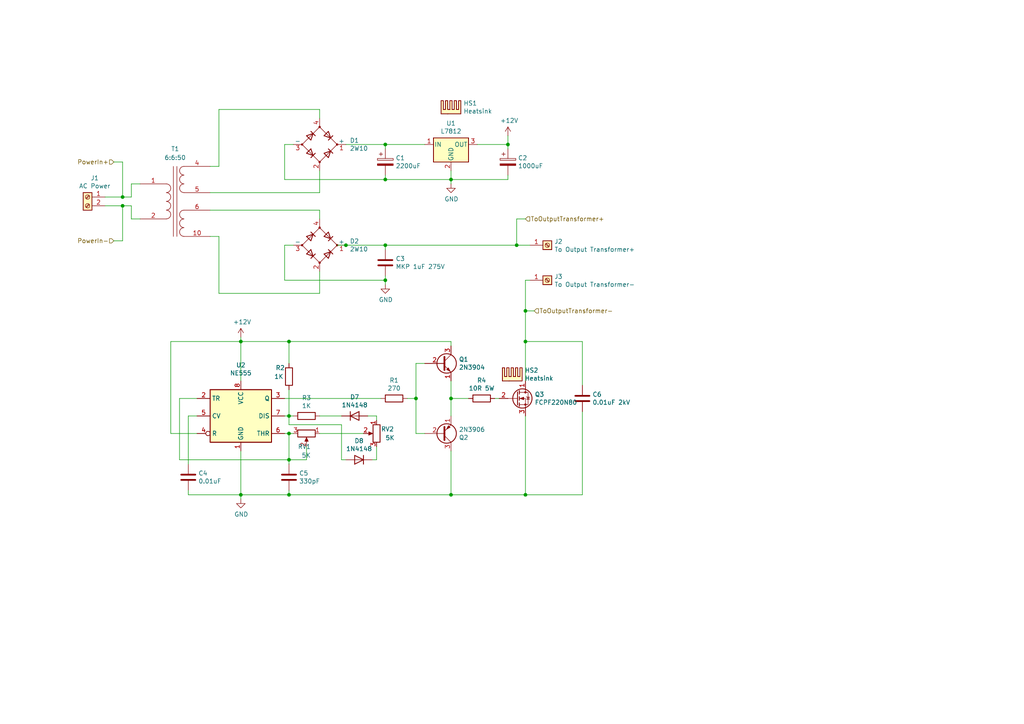
<source format=kicad_sch>
(kicad_sch (version 20211123) (generator eeschema)
  (paper "A4")
  (title_block (title "Driver Module") (date "2020-01-07") (rev "1"))
  (lib_symbols
    (symbol "Connector:Screw_Terminal_01x01" (pin_names (offset 1.016) hide)
      (property "Reference" "J" (at 0 2.54 0))
      (property "Value" "Screw_Terminal_01x01" (at 0 -2.54 0))
      (symbol "Screw_Terminal_01x01_1_1"
        (rectangle (start -1.27 1.27) (end 1.27 -1.27) (stroke (width 0.254)) (fill (type background)))
        (polyline (pts (xy -0.5334 0.3302) (xy 0.3302 -0.508)) (stroke (width 0.1524)))
        (polyline (pts (xy -0.3556 0.508) (xy 0.508 -0.3302)) (stroke (width 0.1524)))
        (circle (center 0 0) (radius 0.635) (stroke (width 0.1524)))
        (pin passive line (at -5.08 0 0) (length 3.81) (name "Pin_1") (number "1"))
      )
    )
    (symbol "Connector:Screw_Terminal_01x02" (pin_names (offset 1.016) hide)
      (property "Reference" "J" (at 0 2.54 0))
      (property "Value" "Screw_Terminal_01x02" (at 0 -5.08 0))
      (symbol "Screw_Terminal_01x02_1_1"
        (rectangle (start -1.27 1.27) (end 1.27 -3.81) (stroke (width 0.254)) (fill (type background)))
        (circle (center 0 -2.54) (radius 0.635) (stroke (width 0.1524)))
        (polyline (pts (xy -0.5334 -2.2098) (xy 0.3302 -3.048)) (stroke (width 0.1524)))
        (polyline (pts (xy -0.5334 0.3302) (xy 0.3302 -0.508)) (stroke (width 0.1524)))
        (polyline (pts (xy -0.3556 -2.032) (xy 0.508 -2.8702)) (stroke (width 0.1524)))
        (polyline (pts (xy -0.3556 0.508) (xy 0.508 -0.3302)) (stroke (width 0.1524)))
        (circle (center 0 0) (radius 0.635) (stroke (width 0.1524)))
        (pin passive line (at -5.08 0 0) (length 3.81) (name "Pin_1") (number "1"))
        (pin passive line (at -5.08 -2.54 0) (length 3.81) (name "Pin_2") (number "2"))
      )
    )
    (symbol "CustomizedFlybackTransformer:Transformer_1P_2S_10Pin" (pin_names (offset 1.016) hide)
      (property "Reference" "T" (at 0 12.7 0))
      (property "Value" "Transformer_1P_2S_10Pin" (at 0 -12.7 0))
      (symbol "Transformer_1P_2S_10Pin_0_1"
        (arc (start -2.54 -5.0546) (mid -1.6599 -4.6901) (end -1.27 -3.81))
        (arc (start -2.54 -2.5146) (mid -1.6599 -2.1501) (end -1.27 -1.27))
        (arc (start -2.54 0.0254) (mid -1.6599 0.3899) (end -1.27 1.27))
        (arc (start -2.54 2.5654) (mid -1.6599 2.9299) (end -1.27 3.81))
        (arc (start -1.27 -3.81) (mid -1.642 -2.912) (end -2.54 -2.54))
        (arc (start -1.27 -1.27) (mid -1.642 -0.372) (end -2.54 0))
        (arc (start -1.27 1.27) (mid -1.642 2.168) (end -2.54 2.54))
        (arc (start -1.27 3.81) (mid -1.642 4.708) (end -2.54 5.08))
        (polyline (pts (xy -0.508 -10.16) (xy -0.508 10.16)))
        (polyline (pts (xy 0.508 10.16) (xy 0.508 -10.16)))
        (arc (start 1.2954 -8.89) (mid 1.6599 -9.7701) (end 2.54 -10.1346))
        (arc (start 1.2954 -6.35) (mid 1.6599 -7.2301) (end 2.54 -7.5946))
        (arc (start 1.2954 -3.81) (mid 1.6599 -4.6901) (end 2.54 -5.0546))
        (arc (start 1.2954 3.81) (mid 1.6599 2.9299) (end 2.54 2.5654))
        (arc (start 1.2954 6.35) (mid 1.6599 5.4699) (end 2.54 5.1054))
        (arc (start 1.2954 8.89) (mid 1.6599 8.0099) (end 2.54 7.6454))
        (arc (start 2.54 -7.62) (mid 1.642 -7.992) (end 1.2954 -8.89))
        (arc (start 2.54 -5.08) (mid 1.642 -5.452) (end 1.2954 -6.35))
        (arc (start 2.54 -2.54) (mid 1.642 -2.912) (end 1.2954 -3.81))
        (arc (start 2.54 5.08) (mid 1.642 4.708) (end 1.2954 3.81))
        (arc (start 2.54 7.62) (mid 1.642 7.248) (end 1.2954 6.35))
        (arc (start 2.54 10.16) (mid 1.642 9.788) (end 1.2954 8.89))
      )
      (symbol "Transformer_1P_2S_10Pin_1_1"
        (pin passive line (at -10.16 5.08 0) (length 7.62) (name "AA") (number "1"))
        (pin passive line (at 10.16 -10.16 180) (length 7.62) (name "SD") (number "10"))
        (pin passive line (at -10.16 -5.08 0) (length 7.62) (name "AB") (number "2"))
        (pin passive line (at 10.16 10.16 180) (length 7.62) (name "SA") (number "4"))
        (pin passive line (at 10.16 2.54 180) (length 7.62) (name "SB") (number "5"))
        (pin passive line (at 10.16 -2.54 180) (length 7.62) (name "SC") (number "6"))
      )
    )
    (symbol "Device:C" (pin_numbers hide) (pin_names (offset 0.254))
      (property "Reference" "C" (at 0.635 2.54 0))
      (property "Value" "C" (at 0.635 -2.54 0))
      (symbol "C_0_1"
        (polyline (pts (xy -2.032 -0.762) (xy 2.032 -0.762)) (stroke (width 0.508)))
        (polyline (pts (xy -2.032 0.762) (xy 2.032 0.762)) (stroke (width 0.508)))
      )
      (symbol "C_1_1"
        (pin passive line (at 0 3.81 270) (length 2.794) (name "~") (number "1"))
        (pin passive line (at 0 -3.81 90) (length 2.794) (name "~") (number "2"))
      )
    )
    (symbol "Device:C_Polarized" (pin_numbers hide) (pin_names (offset 0.254))
      (property "Reference" "C" (at 0.635 2.54 0))
      (property "Value" "C_Polarized" (at 0.635 -2.54 0))
      (symbol "C_Polarized_0_1"
        (rectangle (start -2.286 0.508) (end 2.286 1.016))
        (polyline (pts (xy -1.778 2.286) (xy -0.762 2.286)))
        (polyline (pts (xy -1.27 2.794) (xy -1.27 1.778)))
        (rectangle (start 2.286 -0.508) (end -2.286 -1.016) (fill (type outline)))
      )
      (symbol "C_Polarized_1_1"
        (pin passive line (at 0 3.81 270) (length 2.794) (name "~") (number "1"))
        (pin passive line (at 0 -3.81 90) (length 2.794) (name "~") (number "2"))
      )
    )
    (symbol "Device:D_Bridge_+A-A" (pin_names (offset 0))
      (property "Reference" "D" (at 2.54 6.985 0))
      (property "Value" "D_Bridge_+A-A" (at 2.54 5.08 0))
      (symbol "D_Bridge_+A-A_0_1"
        (circle (center -5.08 0) (radius 0.254) (fill (type outline)))
        (circle (center 0 -5.08) (radius 0.254) (fill (type outline)))
        (polyline (pts (xy -2.54 3.81) (xy -1.27 2.54)) (stroke (width 0.254)))
        (polyline (pts (xy -1.27 -2.54) (xy -2.54 -3.81)) (stroke (width 0.254)))
        (polyline (pts (xy 2.54 -1.27) (xy 3.81 -2.54)) (stroke (width 0.254)))
        (polyline (pts (xy 2.54 1.27) (xy 3.81 2.54)) (stroke (width 0.254)))
        (polyline (pts (xy -3.81 2.54) (xy -2.54 1.27) (xy -1.905 3.175) (xy -3.81 2.54)) (stroke (width 0.254)))
        (polyline (pts (xy -2.54 -1.27) (xy -3.81 -2.54) (xy -1.905 -3.175) (xy -2.54 -1.27)) (stroke (width 0.254)))
        (polyline (pts (xy 1.27 2.54) (xy 2.54 3.81) (xy 3.175 1.905) (xy 1.27 2.54)) (stroke (width 0.254)))
        (polyline (pts (xy 3.175 -1.905) (xy 1.27 -2.54) (xy 2.54 -3.81) (xy 3.175 -1.905)) (stroke (width 0.254)))
        (polyline (pts (xy -5.08 0) (xy 0 -5.08) (xy 5.08 0) (xy 0 5.08) (xy -5.08 0)))
        (circle (center 0 5.08) (radius 0.254) (fill (type outline)))
        (circle (center 5.08 0) (radius 0.254) (fill (type outline)))
      )
      (symbol "D_Bridge_+A-A_1_1"
        (pin passive line (at 7.62 0 180) (length 2.54) (name "+") (number "1"))
        (pin passive line (at 0 -7.62 90) (length 2.54) (name "~") (number "2"))
        (pin passive line (at -7.62 0 0) (length 2.54) (name "-") (number "3"))
        (pin passive line (at 0 7.62 270) (length 2.54) (name "~") (number "4"))
      )
    )
    (symbol "Device:Q_NMOS_DGS" (pin_names (offset 0) hide)
      (property "Reference" "Q" (at 5.08 1.27 0))
      (property "Value" "Q_NMOS_DGS" (at 5.08 -1.27 0))
      (symbol "Q_NMOS_DGS_0_1"
        (polyline (pts (xy 0.254 0) (xy -2.54 0)))
        (polyline (pts (xy 0.254 1.905) (xy 0.254 -1.905)) (stroke (width 0.254)))
        (polyline (pts (xy 0.762 -1.27) (xy 0.762 -2.286)) (stroke (width 0.254)))
        (polyline (pts (xy 0.762 0.508) (xy 0.762 -0.508)) (stroke (width 0.254)))
        (polyline (pts (xy 0.762 2.286) (xy 0.762 1.27)) (stroke (width 0.254)))
        (polyline (pts (xy 2.54 2.54) (xy 2.54 1.778)))
        (polyline (pts (xy 2.54 -2.54) (xy 2.54 0) (xy 0.762 0)))
        (polyline (pts (xy 0.762 -1.778) (xy 3.302 -1.778) (xy 3.302 1.778) (xy 0.762 1.778)))
        (polyline (pts (xy 1.016 0) (xy 2.032 0.381) (xy 2.032 -0.381) (xy 1.016 0)) (fill (type outline)))
        (polyline (pts (xy 2.794 0.508) (xy 2.921 0.381) (xy 3.683 0.381) (xy 3.81 0.254)))
        (polyline (pts (xy 3.302 0.381) (xy 2.921 -0.254) (xy 3.683 -0.254) (xy 3.302 0.381)))
        (circle (center 1.651 0) (radius 2.794) (stroke (width 0.254)))
        (circle (center 2.54 -1.778) (radius 0.254) (fill (type outline)))
        (circle (center 2.54 1.778) (radius 0.254) (fill (type outline)))
      )
      (symbol "Q_NMOS_DGS_1_1"
        (pin passive line (at 2.54 5.08 270) (length 2.54) (name "D") (number "1"))
        (pin input line (at -5.08 0 0) (length 2.54) (name "G") (number "2"))
        (pin passive line (at 2.54 -5.08 90) (length 2.54) (name "S") (number "3"))
      )
    )
    (symbol "Device:R" (pin_numbers hide) (pin_names (offset 0))
      (property "Reference" "R" (at 2.032 0 90))
      (property "Value" "R" (at 0 0 90))
      (symbol "R_0_1"
        (rectangle (start -1.016 -2.54) (end 1.016 2.54) (stroke (width 0.254)))
      )
      (symbol "R_1_1"
        (pin passive line (at 0 3.81 270) (length 1.27) (name "~") (number "1"))
        (pin passive line (at 0 -3.81 90) (length 1.27) (name "~") (number "2"))
      )
    )
    (symbol "Device:R_Potentiometer" (pin_names (offset 1.016) hide)
      (property "Reference" "RV" (at -4.445 0 90))
      (property "Value" "R_Potentiometer" (at -2.54 0 90))
      (symbol "R_Potentiometer_0_1"
        (polyline (pts (xy 2.54 0) (xy 1.524 0)))
        (polyline (pts (xy 1.143 0) (xy 2.286 0.508) (xy 2.286 -0.508) (xy 1.143 0)) (fill (type outline)))
        (rectangle (start 1.016 2.54) (end -1.016 -2.54) (stroke (width 0.254)))
      )
      (symbol "R_Potentiometer_1_1"
        (pin passive line (at 0 3.81 270) (length 1.27) (name "1") (number "1"))
        (pin passive line (at 3.81 0 180) (length 1.27) (name "2") (number "2"))
        (pin passive line (at 0 -3.81 90) (length 1.27) (name "3") (number "3"))
      )
    )
    (symbol "Diode:1N4148" (pin_numbers hide) (pin_names (offset 1.016) hide)
      (property "Reference" "D" (at 0 2.54 0))
      (property "Value" "1N4148" (at 0 -2.54 0))
      (symbol "1N4148_0_1"
        (polyline (pts (xy -1.27 1.27) (xy -1.27 -1.27)) (stroke (width 0.254)))
        (polyline (pts (xy 1.27 0) (xy -1.27 0)))
        (polyline (pts (xy 1.27 1.27) (xy 1.27 -1.27) (xy -1.27 0) (xy 1.27 1.27)) (stroke (width 0.254)))
      )
      (symbol "1N4148_1_1"
        (pin passive line (at -3.81 0 0) (length 2.54) (name "K") (number "1"))
        (pin passive line (at 3.81 0 180) (length 2.54) (name "A") (number "2"))
      )
    )
    (symbol "Mechanical:Heatsink" (pin_names (offset 1.016))
      (property "Reference" "HS" (at 0 5.08 0))
      (property "Value" "Heatsink" (at 0 -1.27 0))
      (symbol "Heatsink_0_1"
        (polyline (pts (xy -0.3302 1.27) (xy -0.9652 1.27) (xy -0.9652 3.81) (xy -1.6002 3.81) (xy -1.6002 1.27) (xy -2.2352 1.27) (xy -2.2352 3.81) (xy -2.8702 3.81) (xy -2.8702 0) (xy -0.9652 0)) (stroke (width 0.254)) (fill (type background)))
        (polyline (pts (xy -0.3302 1.27) (xy -0.3302 3.81) (xy 0.3048 3.81) (xy 0.3048 1.27) (xy 0.9398 1.27) (xy 0.9398 3.81) (xy 1.5748 3.81) (xy 1.5748 1.27) (xy 2.2098 1.27) (xy 2.2098 3.81) (xy 2.8448 3.81) (xy 2.8448 0) (xy -0.9652 0)) (stroke (width 0.254)) (fill (type background)))
      )
    )
    (symbol "Regulator_Linear:L7812" (pin_names (offset 0.254))
      (property "Reference" "U" (at -3.81 3.175 0))
      (property "Value" "L7812" (at 0 3.175 0))
      (symbol "L7812_0_1"
        (rectangle (start -5.08 1.905) (end 5.08 -5.08) (stroke (width 0.254)) (fill (type background)))
      )
      (symbol "L7812_1_1"
        (pin power_in line (at -7.62 0 0) (length 2.54) (name "IN") (number "1"))
        (pin power_in line (at 0 -7.62 90) (length 2.54) (name "GND") (number "2"))
        (pin power_out line (at 7.62 0 180) (length 2.54) (name "OUT") (number "3"))
      )
    )
    (symbol "Timer:NE555P"
      (property "Reference" "U" (at -10.16 8.89 0))
      (property "Value" "NE555P" (at 2.54 8.89 0))
      (symbol "NE555P_0_0"
        (pin power_in line (at 0 -10.16 90) (length 2.54) (name "GND") (number "1"))
        (pin power_in line (at 0 10.16 270) (length 2.54) (name "VCC") (number "8"))
      )
      (symbol "NE555P_0_1"
        (rectangle (start -8.89 -7.62) (end 8.89 7.62) (stroke (width 0.254)) (fill (type background)))
        (rectangle (start -8.89 -7.62) (end 8.89 7.62) (stroke (width 0.254)) (fill (type background)))
      )
      (symbol "NE555P_1_1"
        (pin input line (at -12.7 5.08 0) (length 3.81) (name "TR") (number "2"))
        (pin output line (at 12.7 5.08 180) (length 3.81) (name "Q") (number "3"))
        (pin input inverted (at -12.7 -5.08 0) (length 3.81) (name "R") (number "4"))
        (pin input line (at -12.7 0 0) (length 3.81) (name "CV") (number "5"))
        (pin input line (at 12.7 -5.08 180) (length 3.81) (name "THR") (number "6"))
        (pin input line (at 12.7 0 180) (length 3.81) (name "DIS") (number "7"))
      )
    )
    (symbol "Transistor_BJT:2N3904" (pin_names (offset 0) hide)
      (property "Reference" "Q" (at 5.08 1.905 0))
      (property "Value" "2N3904" (at 5.08 0 0))
      (symbol "2N3904_0_1"
        (polyline (pts (xy 0.635 0.635) (xy 2.54 2.54)))
        (polyline (pts (xy 0.635 -0.635) (xy 2.54 -2.54) (xy 2.54 -2.54)))
        (polyline (pts (xy 0.635 1.905) (xy 0.635 -1.905) (xy 0.635 -1.905)) (stroke (width 0.508)))
        (polyline (pts (xy 1.27 -1.778) (xy 1.778 -1.27) (xy 2.286 -2.286) (xy 1.27 -1.778) (xy 1.27 -1.778)) (fill (type outline)))
        (circle (center 1.27 0) (radius 2.8194) (stroke (width 0.254)))
      )
      (symbol "2N3904_1_1"
        (pin passive line (at 2.54 -5.08 90) (length 2.54) (name "E") (number "1"))
        (pin passive line (at -5.08 0 0) (length 5.715) (name "B") (number "2"))
        (pin passive line (at 2.54 5.08 270) (length 2.54) (name "C") (number "3"))
      )
    )
    (symbol "Transistor_BJT:2N3906" (pin_names (offset 0) hide)
      (property "Reference" "Q" (at 5.08 1.905 0))
      (property "Value" "2N3906" (at 5.08 0 0))
      (symbol "2N3906_0_1"
        (polyline (pts (xy 0.635 0.635) (xy 2.54 2.54)))
        (polyline (pts (xy 0.635 -0.635) (xy 2.54 -2.54) (xy 2.54 -2.54)))
        (polyline (pts (xy 0.635 1.905) (xy 0.635 -1.905) (xy 0.635 -1.905)) (stroke (width 0.508)))
        (polyline (pts (xy 2.286 -1.778) (xy 1.778 -2.286) (xy 1.27 -1.27) (xy 2.286 -1.778) (xy 2.286 -1.778)) (fill (type outline)))
        (circle (center 1.27 0) (radius 2.8194) (stroke (width 0.254)))
      )
      (symbol "2N3906_1_1"
        (pin passive line (at 2.54 -5.08 90) (length 2.54) (name "E") (number "1"))
        (pin input line (at -5.08 0 0) (length 5.715) (name "B") (number "2"))
        (pin passive line (at 2.54 5.08 270) (length 2.54) (name "C") (number "3"))
      )
    )
    (symbol "power:+12V" (power) (pin_names (offset 0))
      (property "Value" "+12V" (at 0 3.556 0))
      (symbol "+12V_0_1"
        (polyline (pts (xy -0.762 1.27) (xy 0 2.54)))
        (polyline (pts (xy 0 0) (xy 0 2.54)))
        (polyline (pts (xy 0 2.54) (xy 0.762 1.27)))
      )
      (symbol "+12V_1_1"
        (pin power_in line (at 0 0 90) (length 0) hide (name "+12V") (number "1"))
      )
    )
    (symbol "power:GND" (power) (pin_names (offset 0))
      (property "Value" "GND" (at 0 -3.81 0))
      (symbol "GND_0_1"
        (polyline (pts (xy 0 0) (xy 0 -1.27) (xy 1.27 -1.27) (xy 0 -2.54) (xy -1.27 -1.27) (xy 0 -1.27)))
      )
      (symbol "GND_1_1"
        (pin power_in line (at 0 0 270) (length 0) hide (name "GND") (number "1"))
      )
    )
  )
  (junction (at 111.76 52.07))
  (junction (at 111.76 41.91))
  (junction (at 35.56 59.69))
  (junction (at 83.82 99.06))
  (junction (at 120.65 115.57))
  (junction (at 83.82 120.65))
  (junction (at 130.81 143.51))
  (junction (at 152.4 143.51))
  (junction (at 69.85 99.06))
  (junction (at 149.86 71.12))
  (junction (at 152.4 99.06))
  (junction (at 100.33 71.12))
  (junction (at 147.32 41.91))
  (junction (at 83.82 125.73))
  (junction (at 69.85 143.51))
  (junction (at 35.56 57.15))
  (junction (at 111.76 71.12))
  (junction (at 83.82 133.35))
  (junction (at 83.82 143.51))
  (junction (at 130.81 115.57))
  (junction (at 111.76 81.28))
  (junction (at 152.4 90.17))
  (junction (at 130.81 52.07))
  (wire (pts (xy 152.4 63.5) (xy 149.86 63.5)))
  (wire (pts (xy 85.09 120.65) (xy 83.82 120.65)))
  (wire (pts (xy 135.89 115.57) (xy 130.81 115.57)))
  (wire (pts (xy 130.81 53.34) (xy 130.81 52.07)))
  (wire (pts (xy 83.82 120.65) (xy 82.55 120.65)))
  (wire (pts (xy 52.07 115.57) (xy 52.07 133.35)))
  (wire (pts (xy 100.33 41.91) (xy 111.76 41.91)))
  (wire (pts (xy 49.53 99.06) (xy 69.85 99.06)))
  (wire (pts (xy 147.32 41.91) (xy 147.32 43.18)))
  (wire (pts (xy 111.76 52.07) (xy 111.76 50.8)))
  (wire (pts (xy 130.81 110.49) (xy 130.81 115.57)))
  (wire (pts (xy 83.82 125.73) (xy 83.82 133.35)))
  (wire (pts (xy 69.85 143.51) (xy 83.82 143.51)))
  (wire (pts (xy 109.22 129.54) (xy 109.22 133.35)))
  (wire (pts (xy 111.76 72.39) (xy 111.76 71.12)))
  (wire (pts (xy 83.82 99.06) (xy 130.81 99.06)))
  (wire (pts (xy 92.71 31.75) (xy 63.5 31.75)))
  (wire (pts (xy 152.4 99.06) (xy 168.91 99.06)))
  (wire (pts (xy 152.4 81.28) (xy 152.4 90.17)))
  (wire (pts (xy 33.02 46.99) (xy 35.56 46.99)))
  (wire (pts (xy 63.5 68.58) (xy 63.5 85.09)))
  (wire (pts (xy 35.56 57.15) (xy 38.1 57.15)))
  (wire (pts (xy 82.55 52.07) (xy 111.76 52.07)))
  (wire (pts (xy 109.22 121.92) (xy 109.22 120.65)))
  (wire (pts (xy 152.4 90.17) (xy 152.4 99.06)))
  (wire (pts (xy 147.32 52.07) (xy 147.32 50.8)))
  (wire (pts (xy 97.79 71.12) (xy 100.33 71.12)))
  (wire (pts (xy 130.81 52.07) (xy 130.81 49.53)))
  (wire (pts (xy 60.96 55.88) (xy 92.71 55.88)))
  (wire (pts (xy 123.19 125.73) (xy 120.65 125.73)))
  (wire (pts (xy 38.1 63.5) (xy 40.64 63.5)))
  (wire (pts (xy 82.55 71.12) (xy 85.09 71.12)))
  (wire (pts (xy 100.33 71.12) (xy 111.76 71.12)))
  (wire (pts (xy 35.56 59.69) (xy 35.56 69.85)))
  (wire (pts (xy 54.61 143.51) (xy 69.85 143.51)))
  (wire (pts (xy 60.96 48.26) (xy 63.5 48.26)))
  (wire (pts (xy 99.06 133.35) (xy 99.06 123.19)))
  (wire (pts (xy 152.4 120.65) (xy 152.4 143.51)))
  (wire (pts (xy 118.11 115.57) (xy 120.65 115.57)))
  (wire (pts (xy 149.86 71.12) (xy 153.67 71.12)))
  (wire (pts (xy 149.86 63.5) (xy 149.86 71.12)))
  (wire (pts (xy 144.78 115.57) (xy 143.51 115.57)))
  (wire (pts (xy 38.1 53.34) (xy 40.64 53.34)))
  (wire (pts (xy 60.96 60.96) (xy 92.71 60.96)))
  (wire (pts (xy 111.76 71.12) (xy 149.86 71.12)))
  (wire (pts (xy 54.61 120.65) (xy 54.61 134.62)))
  (wire (pts (xy 130.81 115.57) (xy 130.81 120.65)))
  (wire (pts (xy 35.56 46.99) (xy 35.56 57.15)))
  (wire (pts (xy 83.82 133.35) (xy 52.07 133.35)))
  (wire (pts (xy 130.81 143.51) (xy 152.4 143.51)))
  (wire (pts (xy 120.65 115.57) (xy 120.65 125.73)))
  (wire (pts (xy 120.65 105.41) (xy 120.65 115.57)))
  (wire (pts (xy 111.76 43.18) (xy 111.76 41.91)))
  (wire (pts (xy 82.55 41.91) (xy 85.09 41.91)))
  (wire (pts (xy 69.85 144.78) (xy 69.85 143.51)))
  (wire (pts (xy 69.85 130.81) (xy 69.85 143.51)))
  (wire (pts (xy 69.85 99.06) (xy 83.82 99.06)))
  (wire (pts (xy 52.07 115.57) (xy 57.15 115.57)))
  (wire (pts (xy 63.5 48.26) (xy 63.5 31.75)))
  (wire (pts (xy 60.96 68.58) (xy 63.5 68.58)))
  (wire (pts (xy 168.91 119.38) (xy 168.91 143.51)))
  (wire (pts (xy 88.9 129.54) (xy 88.9 133.35)))
  (wire (pts (xy 82.55 41.91) (xy 82.55 52.07)))
  (wire (pts (xy 92.71 31.75) (xy 92.71 34.29)))
  (wire (pts (xy 92.71 60.96) (xy 92.71 63.5)))
  (wire (pts (xy 138.43 41.91) (xy 147.32 41.91)))
  (wire (pts (xy 130.81 130.81) (xy 130.81 143.51)))
  (wire (pts (xy 83.82 143.51) (xy 130.81 143.51)))
  (wire (pts (xy 154.94 90.17) (xy 152.4 90.17)))
  (wire (pts (xy 82.55 115.57) (xy 110.49 115.57)))
  (wire (pts (xy 83.82 123.19) (xy 99.06 123.19)))
  (wire (pts (xy 152.4 143.51) (xy 168.91 143.51)))
  (wire (pts (xy 147.32 39.37) (xy 147.32 41.91)))
  (wire (pts (xy 130.81 99.06) (xy 130.81 100.33)))
  (wire (pts (xy 92.71 55.88) (xy 92.71 49.53)))
  (wire (pts (xy 130.81 52.07) (xy 147.32 52.07)))
  (wire (pts (xy 111.76 52.07) (xy 130.81 52.07)))
  (wire (pts (xy 111.76 81.28) (xy 82.55 81.28)))
  (wire (pts (xy 106.68 120.65) (xy 109.22 120.65)))
  (wire (pts (xy 111.76 41.91) (xy 123.19 41.91)))
  (wire (pts (xy 92.71 120.65) (xy 99.06 120.65)))
  (wire (pts (xy 83.82 125.73) (xy 85.09 125.73)))
  (wire (pts (xy 38.1 57.15) (xy 38.1 53.34)))
  (wire (pts (xy 35.56 59.69) (xy 38.1 59.69)))
  (wire (pts (xy 83.82 123.19) (xy 83.82 120.65)))
  (wire (pts (xy 82.55 125.73) (xy 83.82 125.73)))
  (wire (pts (xy 38.1 59.69) (xy 38.1 63.5)))
  (wire (pts (xy 111.76 82.55) (xy 111.76 81.28)))
  (wire (pts (xy 100.33 133.35) (xy 99.06 133.35)))
  (wire (pts (xy 30.48 59.69) (xy 35.56 59.69)))
  (wire (pts (xy 54.61 120.65) (xy 57.15 120.65)))
  (wire (pts (xy 83.82 142.24) (xy 83.82 143.51)))
  (wire (pts (xy 152.4 99.06) (xy 152.4 110.49)))
  (wire (pts (xy 33.02 69.85) (xy 35.56 69.85)))
  (wire (pts (xy 168.91 99.06) (xy 168.91 111.76)))
  (wire (pts (xy 30.48 57.15) (xy 35.56 57.15)))
  (wire (pts (xy 49.53 99.06) (xy 49.53 125.73)))
  (wire (pts (xy 153.67 81.28) (xy 152.4 81.28)))
  (wire (pts (xy 69.85 99.06) (xy 69.85 97.79)))
  (wire (pts (xy 123.19 105.41) (xy 120.65 105.41)))
  (wire (pts (xy 83.82 120.65) (xy 83.82 113.03)))
  (wire (pts (xy 111.76 80.01) (xy 111.76 81.28)))
  (wire (pts (xy 92.71 78.74) (xy 92.71 85.09)))
  (wire (pts (xy 92.71 85.09) (xy 63.5 85.09)))
  (wire (pts (xy 54.61 143.51) (xy 54.61 142.24)))
  (wire (pts (xy 109.22 133.35) (xy 107.95 133.35)))
  (wire (pts (xy 83.82 99.06) (xy 83.82 105.41)))
  (wire (pts (xy 69.85 99.06) (xy 69.85 110.49)))
  (wire (pts (xy 88.9 133.35) (xy 83.82 133.35)))
  (wire (pts (xy 92.71 125.73) (xy 105.41 125.73)))
  (wire (pts (xy 83.82 133.35) (xy 83.82 134.62)))
  (wire (pts (xy 82.55 71.12) (xy 82.55 81.28)))
  (wire (pts (xy 57.15 125.73) (xy 49.53 125.73)))
  (hierarchical_label "PowerIn+" (shape input) (at 33.02 46.99 180))
  (hierarchical_label "ToOutputTransformer-" (shape input) (at 154.94 90.17 0))
  (hierarchical_label "ToOutputTransformer+" (shape input) (at 152.4 63.5 0))
  (hierarchical_label "PowerIn-" (shape input) (at 33.02 69.85 180))
  (symbol (lib_id "Connector:Screw_Terminal_01x02") (at 25.4 57.15 0) (mirror y) (unit 1)
    (property "Reference" "J1" (at 27.4828 51.6382 0))
    (property "Value" "AC Power" (at 27.4828 53.9496 0))
    (property "Footprint" "TerminalBlock:TerminalBlock_bornier-2_P5.08mm" (effects hide))
  )
  (symbol (lib_id "Connector:Screw_Terminal_01x01") (at 158.75 71.12 0) (unit 1)
    (property "Reference" "J2" (at 160.782 70.0532 0) (effects (justify left)))
    (property "Value" "To Output Transformer+" (at 160.782 72.3646 0) (effects (justify left)))
    (property "Footprint" "Connector_Wire:SolderWirePad_1x01_Drill1.2mm" (effects hide))
  )
  (symbol (lib_id "Connector:Screw_Terminal_01x01") (at 158.75 81.28 0) (unit 1)
    (property "Reference" "J3" (at 160.782 80.2132 0) (effects (justify left)))
    (property "Value" "To Output Transformer-" (at 160.782 82.5246 0) (effects (justify left)))
    (property "Footprint" "Connector_Wire:SolderWirePad_1x01_Drill1.2mm" (effects hide))
  )
  (symbol (lib_id "Timer:NE555P") (at 69.85 120.65 0) (unit 1)
    (property "Reference" "U2" (at 69.85 105.8926 0))
    (property "Value" "NE555" (at 69.85 108.204 0))
    (property "Footprint" "Package_DIP:DIP-8_W7.62mm" (effects hide))
    (property "Datasheet" "http://www.ti.com/lit/ds/symlink/ne555.pdf" (effects hide))
  )
  (symbol (lib_id "power:+12V") (at 69.85 97.79 0) (unit 1)
    (property "Reference" "#PWR0105" (effects hide))
    (property "Value" "+12V" (at 70.231 93.3958 0))
  )
  (symbol (lib_id "Device:R_Potentiometer") (at 88.9 125.73 270) (unit 1)
    (property "Reference" "RV1" (at 90.17 129.54 90) (effects (justify right)))
    (property "Value" "5K" (at 90.17 132.08 90) (effects (justify right)))
    (property "Footprint" "Potentiometer_THT:Potentiometer_Bourns_3339P_Vertical" (effects hide))
  )
  (symbol (lib_id "Device:D_Bridge_+A-A") (at 92.71 41.91 0) (unit 1)
    (property "Reference" "D1" (at 101.4476 40.7416 0) (effects (justify left)))
    (property "Value" "2W10" (at 101.4476 43.053 0) (effects (justify left)))
    (property "Footprint" "Diode_THT:Diode_Bridge_Round_D9.0mm" (effects hide))
  )
  (symbol (lib_id "power:GND") (at 69.85 144.78 0) (unit 1)
    (property "Reference" "#PWR0104" (effects hide))
    (property "Value" "GND" (at 69.977 149.1742 0))
  )
  (symbol (lib_id "Device:C") (at 83.82 138.43 0) (unit 1)
    (property "Reference" "C5" (at 86.741 137.2616 0) (effects (justify left)))
    (property "Value" "330pF" (at 86.741 139.573 0) (effects (justify left)))
    (property "Footprint" "Capacitor_THT:C_Disc_D3.0mm_W1.6mm_P2.50mm" (effects hide))
  )
  (symbol (lib_id "Device:C") (at 54.61 138.43 0) (unit 1)
    (property "Reference" "C4" (at 57.531 137.2616 0) (effects (justify left)))
    (property "Value" "0.01uF" (at 57.531 139.573 0) (effects (justify left)))
    (property "Footprint" "Capacitor_THT:C_Disc_D3.0mm_W1.6mm_P2.50mm" (effects hide))
  )
  (symbol (lib_id "Device:R") (at 114.3 115.57 270) (unit 1)
    (property "Reference" "R1" (at 114.3 110.3122 90))
    (property "Value" "270" (at 114.3 112.6236 90))
    (property "Footprint" "Resistor_THT:R_Axial_DIN0207_L6.3mm_D2.5mm_P7.62mm_Horizontal" (effects hide))
  )
  (symbol (lib_id "Transistor_BJT:2N3904") (at 128.27 105.41 0) (unit 1)
    (property "Reference" "Q1" (at 133.096 104.2416 0) (effects (justify left)))
    (property "Value" "2N3904" (at 133.096 106.553 0) (effects (justify left)))
    (property "Footprint" "Package_TO_SOT_THT:TO-92_Inline" (effects hide))
    (property "Datasheet" "https://www.fairchildsemi.com/datasheets/2N/2N3904.pdf" (effects hide))
  )
  (symbol (lib_id "Transistor_BJT:2N3906") (at 128.27 125.73 0) (mirror x) (unit 1)
    (property "Reference" "Q2" (at 133.096 126.8984 0) (effects (justify left)))
    (property "Value" "2N3906" (at 133.096 124.587 0) (effects (justify left)))
    (property "Footprint" "Package_TO_SOT_THT:TO-92_Inline" (effects hide))
    (property "Datasheet" "https://www.fairchildsemi.com/datasheets/2N/2N3906.pdf" (effects hide))
  )
  (symbol (lib_id "Device:C_Polarized") (at 147.32 46.99 0) (unit 1)
    (property "Reference" "C2" (at 150.241 45.8216 0) (effects (justify left)))
    (property "Value" "1000uF" (at 150.241 48.133 0) (effects (justify left)))
    (property "Footprint" "Capacitor_THT:CP_Radial_D8.0mm_P3.80mm" (effects hide))
  )
  (symbol (lib_id "Device:R") (at 139.7 115.57 270) (unit 1)
    (property "Reference" "R4" (at 139.7 110.3122 90))
    (property "Value" "10R 5W" (at 139.7 112.6236 90))
    (property "Footprint" "Resistor_THT:R_Axial_DIN0516_L15.5mm_D5.0mm_P20.32mm_Horizontal" (effects hide))
  )
  (symbol (lib_id "Regulator_Linear:L7812") (at 130.81 41.91 0) (unit 1)
    (property "Reference" "U1" (at 130.81 35.7632 0))
    (property "Value" "L7812" (at 130.81 38.0746 0))
    (property "Footprint" "Package_TO_SOT_THT:TO-220-3_Vertical" (effects hide))
    (property "Datasheet" "http://www.st.com/content/ccc/resource/technical/document/datasheet/41/4f/b3/b0/12/d4/47/88/CD00000444.pdf/files/CD00000444.pdf/jcr:content/translations/en.CD00000444.pdf" (effects hide))
  )
  (symbol (lib_id "Device:R_Potentiometer") (at 109.22 125.73 0) (mirror y) (unit 1)
    (property "Reference" "RV2" (at 110.49 124.46 0) (effects (justify right)))
    (property "Value" "5K" (at 111.76 127 0) (effects (justify right)))
    (property "Footprint" "Potentiometer_THT:Potentiometer_Bourns_3339P_Vertical" (effects hide))
  )
  (symbol (lib_id "Device:D_Bridge_+A-A") (at 92.71 71.12 0) (unit 1)
    (property "Reference" "D2" (at 101.4476 69.9516 0) (effects (justify left)))
    (property "Value" "2W10" (at 101.4476 72.263 0) (effects (justify left)))
    (property "Footprint" "Diode_THT:Diode_Bridge_Round_D9.0mm" (effects hide))
  )
  (symbol (lib_id "Device:Q_NMOS_DGS") (at 149.86 115.57 0) (unit 1)
    (property "Reference" "Q3" (at 155.0924 114.4016 0) (effects (justify left)))
    (property "Value" "FCPF220N80" (at 155.0924 116.713 0) (effects (justify left)))
    (property "Footprint" "Package_TO_SOT_THT:TO-220-3_Vertical" (effects hide))
  )
  (symbol (lib_id "Device:C") (at 168.91 115.57 0) (unit 1)
    (property "Reference" "C6" (at 171.831 114.4016 0) (effects (justify left)))
    (property "Value" "0.01uF 2kV" (at 171.831 116.713 0) (effects (justify left)))
    (property "Footprint" "Power:C_Rect_L26.5mm_W15mm_P22.50mm_MKS4" (effects hide))
  )
  (symbol (lib_id "Device:R") (at 83.82 109.22 0) (unit 1)
    (property "Reference" "R2" (at 81.28 106.68 0))
    (property "Value" "1K" (at 80.8736 109.22 0))
    (property "Footprint" "Resistor_THT:R_Axial_DIN0207_L6.3mm_D2.5mm_P7.62mm_Horizontal" (effects hide))
  )
  (symbol (lib_id "Diode:1N4148") (at 102.87 120.65 0) (unit 1)
    (property "Reference" "D7" (at 102.87 115.1636 0))
    (property "Value" "1N4148" (at 102.87 117.475 0))
    (property "Footprint" "Diode_THT:D_DO-35_SOD27_P7.62mm_Horizontal" (effects hide))
    (property "Datasheet" "https://assets.nexperia.com/documents/data-sheet/1N4148_1N4448.pdf" (effects hide))
  )
  (symbol (lib_id "Diode:1N4148") (at 104.14 133.35 180) (unit 1)
    (property "Reference" "D8" (at 104.14 127.8636 0))
    (property "Value" "1N4148" (at 104.14 130.175 0))
    (property "Footprint" "Diode_THT:D_DO-35_SOD27_P7.62mm_Horizontal" (effects hide))
    (property "Datasheet" "https://assets.nexperia.com/documents/data-sheet/1N4148_1N4448.pdf" (effects hide))
  )
  (symbol (lib_id "Device:C_Polarized") (at 111.76 46.99 0) (unit 1)
    (property "Reference" "C1" (at 114.7572 45.8216 0) (effects (justify left)))
    (property "Value" "2200uF" (at 114.7572 48.133 0) (effects (justify left)))
    (property "Footprint" "Capacitor_THT:CP_Radial_D13.0mm_P5.00mm" (effects hide))
  )
  (symbol (lib_id "Device:R") (at 88.9 120.65 270) (unit 1)
    (property "Reference" "R3" (at 88.9 115.3922 90))
    (property "Value" "1K" (at 88.9 117.7036 90))
    (property "Footprint" "Resistor_THT:R_Axial_DIN0207_L6.3mm_D2.5mm_P7.62mm_Horizontal" (effects hide))
  )
  (symbol (lib_id "CustomizedFlybackTransformer:Transformer_1P_2S_10Pin") (at 50.8 58.42 0) (unit 1)
    (property "Reference" "T1" (at 50.8 43.18 0))
    (property "Value" "6:6:50" (at 50.8 45.72 0))
    (property "Footprint" "Power:Transformer_Generic_EE25_10Pin" (effects hide))
  )
  (symbol (lib_id "Mechanical:Heatsink") (at 130.81 33.02 0) (unit 1)
    (property "Reference" "HS1" (at 134.4168 29.9466 0) (effects (justify left)))
    (property "Value" "Heatsink" (at 134.4168 32.258 0) (effects (justify left)))
    (property "Footprint" "Power:Heatsink_TO220_15x10mm" (effects hide))
  )
  (symbol (lib_id "Mechanical:Heatsink") (at 148.59 110.49 0) (unit 1)
    (property "Reference" "HS2" (at 152.1968 107.4166 0) (effects (justify left)))
    (property "Value" "Heatsink" (at 152.1968 109.728 0) (effects (justify left)))
    (property "Footprint" "Power:Heatsink_TO220_15x10mm" (effects hide))
  )
  (symbol (lib_id "Device:C") (at 111.76 76.2 0) (unit 1)
    (property "Reference" "C3" (at 114.7572 75.0316 0) (effects (justify left)))
    (property "Value" "MKP 1uF 275V" (at 114.7572 77.343 0) (effects (justify left)))
    (property "Footprint" "Capacitor_THT:C_Rect_L31.5mm_W13.0mm_P27.50mm_MKS4" (effects hide))
  )
  (symbol (lib_id "power:GND") (at 111.76 82.55 0) (unit 1)
    (property "Reference" "#PWR0103" (effects hide))
    (property "Value" "GND" (at 111.887 86.9442 0))
  )
  (symbol (lib_id "power:GND") (at 130.81 53.34 0) (unit 1)
    (property "Reference" "#PWR0101" (effects hide))
    (property "Value" "GND" (at 130.937 57.7342 0))
  )
  (symbol (lib_id "power:+12V") (at 147.32 39.37 0) (unit 1)
    (property "Reference" "#PWR0102" (effects hide))
    (property "Value" "+12V" (at 147.701 34.9758 0))
  )
)
</source>
